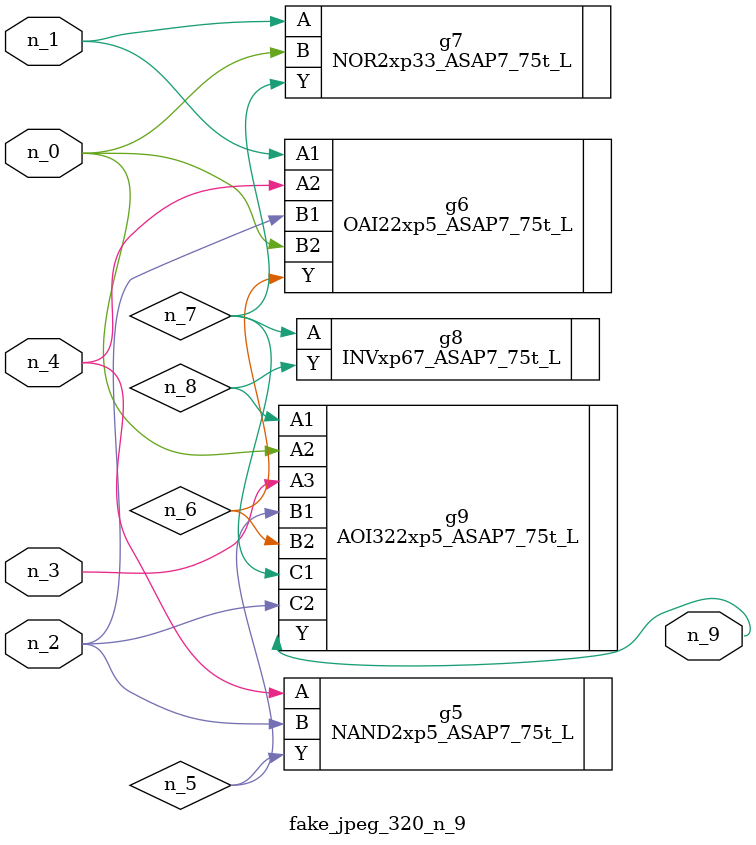
<source format=v>
module fake_jpeg_320_n_9 (n_3, n_2, n_1, n_0, n_4, n_9);

input n_3;
input n_2;
input n_1;
input n_0;
input n_4;

output n_9;

wire n_8;
wire n_6;
wire n_5;
wire n_7;

NAND2xp5_ASAP7_75t_L g5 ( 
.A(n_4),
.B(n_2),
.Y(n_5)
);

OAI22xp5_ASAP7_75t_L g6 ( 
.A1(n_1),
.A2(n_4),
.B1(n_2),
.B2(n_0),
.Y(n_6)
);

NOR2xp33_ASAP7_75t_L g7 ( 
.A(n_1),
.B(n_0),
.Y(n_7)
);

INVxp67_ASAP7_75t_L g8 ( 
.A(n_7),
.Y(n_8)
);

AOI322xp5_ASAP7_75t_L g9 ( 
.A1(n_8),
.A2(n_0),
.A3(n_3),
.B1(n_5),
.B2(n_6),
.C1(n_7),
.C2(n_2),
.Y(n_9)
);


endmodule
</source>
